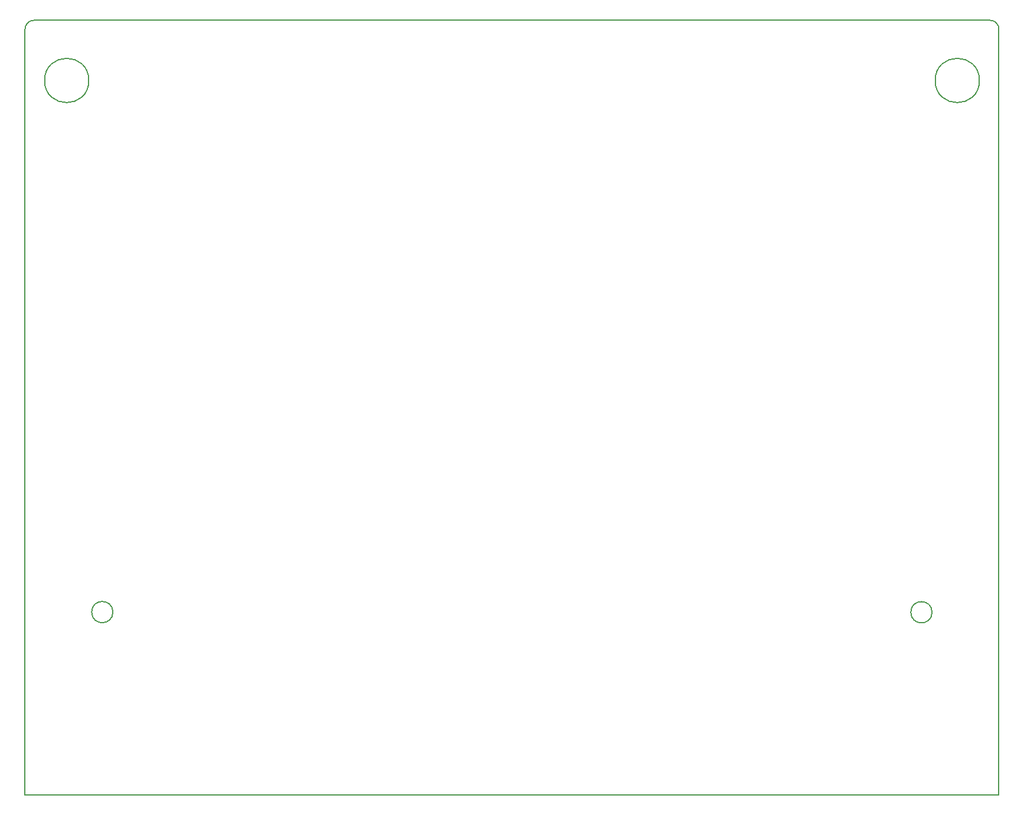
<source format=gm1>
G04 #@! TF.GenerationSoftware,KiCad,Pcbnew,(5.1.8)-1*
G04 #@! TF.CreationDate,2021-01-07T21:43:29-06:00*
G04 #@! TF.ProjectId,5.0mustangProteusPnP,352e306d-7573-4746-916e-6750726f7465,R0.1*
G04 #@! TF.SameCoordinates,Original*
G04 #@! TF.FileFunction,Profile,NP*
%FSLAX46Y46*%
G04 Gerber Fmt 4.6, Leading zero omitted, Abs format (unit mm)*
G04 Created by KiCad (PCBNEW (5.1.8)-1) date 2021-01-07 21:43:29*
%MOMM*%
%LPD*%
G01*
G04 APERTURE LIST*
G04 #@! TA.AperFunction,Profile*
%ADD10C,0.200000*%
G04 #@! TD*
G04 APERTURE END LIST*
D10*
X95885000Y-174000000D02*
X95885000Y-64135000D01*
X235585000Y-174000000D02*
X95885000Y-174000000D01*
X225993900Y-147794900D02*
G75*
G03*
X225993900Y-147794900I-1524000J0D01*
G01*
X108480800Y-147772120D02*
G75*
G03*
X108480800Y-147772120I-1524000J0D01*
G01*
X235585000Y-64135000D02*
X235585000Y-174000000D01*
X232791000Y-71501000D02*
G75*
G03*
X232791000Y-71501000I-3175000J0D01*
G01*
X105029000Y-71501000D02*
G75*
G03*
X105029000Y-71501000I-3175000J0D01*
G01*
X234315000Y-62865000D02*
G75*
G02*
X235585000Y-64135000I0J-1270000D01*
G01*
X95885000Y-64135000D02*
G75*
G02*
X97155000Y-62865000I1270000J0D01*
G01*
X234315000Y-62865000D02*
X97155000Y-62865000D01*
M02*

</source>
